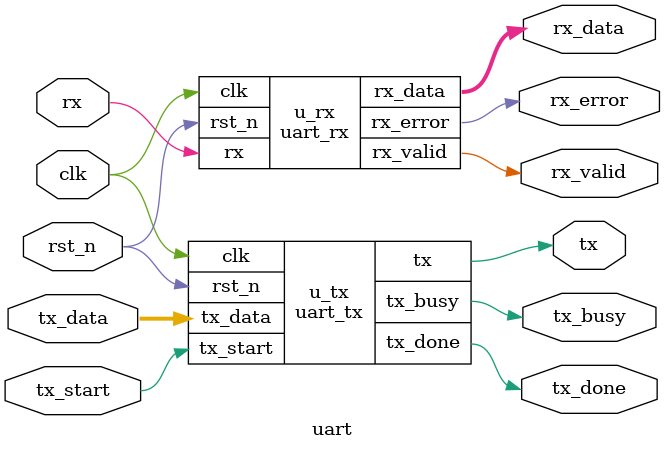
<source format=sv>

module uart_tx (
    input  logic       clk,
    input  logic       rst_n,
    input  logic       tx_start,
    input  logic [7:0] tx_data,
    output logic       tx,
    output logic       tx_busy,
    output logic       tx_done
);
    typedef enum logic [2:0] {
        IDLE,
        START,
        DATA,
        STOP
    } state_t;

    state_t current_state, next_state;

    logic [7:0] data_reg;    // 送信データレジスタ
    logic [2:0] bit_count;   // ビットカウンタ (0-7)
    logic [3:0] baud_count;  // ボーレートカウンタ (0-15)
    logic       baud_tick;   // ボーレートクロック

    // 状態レジスタ
    always_ff @(posedge clk or negedge rst_n) begin
        if (!rst_n)
            current_state <= IDLE;
        else
            current_state <= next_state;
    end

    // ボーレートカウンタ (16分周)
    always_ff @(posedge clk or negedge rst_n) begin
        if (!rst_n) begin
            baud_count <= '0;
        end else begin
            if (current_state == IDLE)
                baud_count <= '0;
            else
                baud_count <= baud_count + 1;
        end
    end

    assign baud_tick = (baud_count == 4'd15);

    // データレジスタ
    always_ff @(posedge clk or negedge rst_n) begin
        if (!rst_n) begin
            data_reg <= '0;
        end else begin
            if (tx_start && current_state == IDLE)
                data_reg <= tx_data;
            else if (baud_tick && current_state == DATA)
                data_reg <= {1'b0, data_reg[7:1]};  // 右シフト（LSBファースト）
        end
    end

    // ビットカウンタ
    always_ff @(posedge clk or negedge rst_n) begin
        if (!rst_n) begin
            bit_count <= '0;
        end else begin
            if (current_state != DATA)
                bit_count <= '0;
            else if (baud_tick)
                bit_count <= bit_count + 1;
        end
    end

    // 次状態ロジック
    always_comb begin
        next_state = current_state;

        case (current_state)
            IDLE: begin
                if (tx_start)
                    next_state = START;
            end

            START: begin
                if (baud_tick)
                    next_state = DATA;
            end

            DATA: begin
                if (baud_tick && bit_count == 3'd7)
                    next_state = STOP;
            end

            STOP: begin
                if (baud_tick)
                    next_state = IDLE;
            end

            default: next_state = IDLE;
        endcase
    end

    // 出力ロジック
    always_comb begin
        case (current_state)
            IDLE:  tx = 1'b1;           // アイドル = HIGH
            START: tx = 1'b0;           // スタートビット = LOW
            DATA:  tx = data_reg[0];    // データビット（LSBファースト）
            STOP:  tx = 1'b1;           // ストップビット = HIGH
            default: tx = 1'b1;
        endcase
    end

    assign tx_busy = (current_state != IDLE);
    assign tx_done = (current_state == STOP) && baud_tick;

endmodule : uart_tx


// ============================================================================
// 演習2: UART受信機
// ============================================================================
module uart_rx (
    input  logic       clk,
    input  logic       rst_n,
    input  logic       rx,
    output logic [7:0] rx_data,
    output logic       rx_valid,
    output logic       rx_error
);
    typedef enum logic [2:0] {
        IDLE,
        START,
        DATA,
        STOP
    } state_t;

    state_t current_state, next_state;

    logic [7:0] data_reg;
    logic [2:0] bit_count;
    logic [3:0] baud_count;
    logic       baud_tick;

    // rx入力の同期化（メタステーブル防止）
    logic [1:0] rx_sync;
    always_ff @(posedge clk or negedge rst_n) begin
        if (!rst_n)
            rx_sync <= 2'b11;
        else
            rx_sync <= {rx_sync[0], rx};
    end

    logic rx_stable;
    assign rx_stable = rx_sync[1];

    // 状態レジスタ
    always_ff @(posedge clk or negedge rst_n) begin
        if (!rst_n)
            current_state <= IDLE;
        else
            current_state <= next_state;
    end

    // ボーレートカウンタ（16分周、中央でサンプリング）
    always_ff @(posedge clk or negedge rst_n) begin
        if (!rst_n) begin
            baud_count <= '0;
        end else begin
            if (current_state == IDLE)
                baud_count <= '0;
            else
                baud_count <= baud_count + 1;
        end
    end

    // ビット中央でサンプリング
    assign baud_tick = (baud_count == 4'd7);

    // ビットカウンタ
    always_ff @(posedge clk or negedge rst_n) begin
        if (!rst_n) begin
            bit_count <= '0;
        end else begin
            if (current_state != DATA)
                bit_count <= '0;
            else if (baud_tick)
                bit_count <= bit_count + 1;
        end
    end

    // データレジスタ
    always_ff @(posedge clk or negedge rst_n) begin
        if (!rst_n) begin
            data_reg <= '0;
        end else begin
            if (baud_tick && current_state == DATA)
                data_reg <= {rx_stable, data_reg[7:1]};  // 右シフト（LSBファースト）
        end
    end

    // 次状態ロジック
    always_comb begin
        next_state = current_state;

        case (current_state)
            IDLE: begin
                if (!rx_stable)  // スタートビット検出（0）
                    next_state = START;
            end

            START: begin
                if (baud_tick) begin
                    if (!rx_stable)
                        next_state = DATA;
                    else
                        next_state = IDLE;  // ノイズ検出
                end
            end

            DATA: begin
                if (baud_tick && bit_count == 3'd7)
                    next_state = STOP;
            end

            STOP: begin
                if (baud_tick)
                    next_state = IDLE;
            end

            default: next_state = IDLE;
        endcase
    end

    // 受信データ出力
    always_ff @(posedge clk or negedge rst_n) begin
        if (!rst_n) begin
            rx_data <= '0;
        end else begin
            if (current_state == STOP && baud_tick)
                rx_data <= data_reg;
        end
    end

    // 出力信号
    assign rx_valid = (current_state == STOP) && baud_tick && rx_stable;
    assign rx_error = (current_state == STOP) && baud_tick && !rx_stable;  // ストップビット異常

endmodule : uart_rx


// ============================================================================
// 演習3: UART送受信統合モジュール
// ============================================================================
module uart (
    input  logic       clk,
    input  logic       rst_n,
    // 送信側
    input  logic       tx_start,
    input  logic [7:0] tx_data,
    output logic       tx,
    output logic       tx_busy,
    output logic       tx_done,
    // 受信側
    input  logic       rx,
    output logic [7:0] rx_data,
    output logic       rx_valid,
    output logic       rx_error
);
    // 送信機インスタンス
    uart_tx u_tx (
        .clk      (clk),
        .rst_n    (rst_n),
        .tx_start (tx_start),
        .tx_data  (tx_data),
        .tx       (tx),
        .tx_busy  (tx_busy),
        .tx_done  (tx_done)
    );

    // 受信機インスタンス
    uart_rx u_rx (
        .clk      (clk),
        .rst_n    (rst_n),
        .rx       (rx),
        .rx_data  (rx_data),
        .rx_valid (rx_valid),
        .rx_error (rx_error)
    );

endmodule : uart


// ============================================================================
// 学習ポイント
// ============================================================================
// 1. 実践的なFSMはカウンタやレジスタと組み合わせる
//    - ボーレートカウンタ
//    - ビットカウンタ
//    - データシフトレジスタ
//
// 2. 非同期入力の同期化
//    - rx入力を2段FFで同期化（メタステーブル防止）
//
// 3. ビット中央でのサンプリング
//    - 受信側: baud_count=7（中央）でサンプリング
//    - 送信側: baud_count=15（終端）で次ビットへ
//
// 4. エラーハンドリング
//    - スタートビットの再確認（ノイズ対策）
//    - ストップビット異常検出
//
// 5. 状態遷移の明確化
//    - IDLE → START → DATA(8回) → STOP → IDLE
//    - 各状態での処理を明確に分離

</source>
